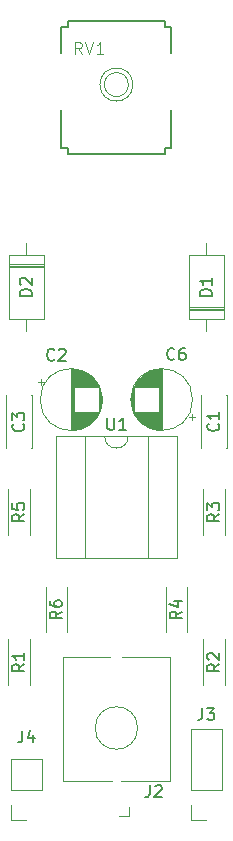
<source format=gbr>
%TF.GenerationSoftware,KiCad,Pcbnew,(5.1.8)-1*%
%TF.CreationDate,2021-01-05T22:27:56+01:00*%
%TF.ProjectId,HeadphoneOutV1,48656164-7068-46f6-9e65-4f757456312e,rev?*%
%TF.SameCoordinates,Original*%
%TF.FileFunction,Legend,Top*%
%TF.FilePolarity,Positive*%
%FSLAX46Y46*%
G04 Gerber Fmt 4.6, Leading zero omitted, Abs format (unit mm)*
G04 Created by KiCad (PCBNEW (5.1.8)-1) date 2021-01-05 22:27:56*
%MOMM*%
%LPD*%
G01*
G04 APERTURE LIST*
%ADD10C,0.120000*%
%ADD11C,0.203200*%
%ADD12C,0.050800*%
%ADD13C,0.150000*%
%ADD14C,0.085344*%
%ADD15O,1.700000X1.700000*%
%ADD16R,1.700000X1.700000*%
%ADD17O,1.600000X1.600000*%
%ADD18R,1.600000X1.600000*%
%ADD19C,2.997200*%
%ADD20C,1.853200*%
%ADD21O,1.400000X1.400000*%
%ADD22C,1.400000*%
%ADD23C,2.130000*%
%ADD24R,1.930000X1.830000*%
%ADD25O,2.200000X2.200000*%
%ADD26R,2.200000X2.200000*%
%ADD27C,1.600000*%
G04 APERTURE END LIST*
D10*
%TO.C,J4*%
X27305000Y-106105000D02*
X25975000Y-106105000D01*
X25975000Y-106105000D02*
X25975000Y-104775000D01*
X25975000Y-103505000D02*
X25975000Y-100905000D01*
X28635000Y-100905000D02*
X25975000Y-100905000D01*
X28635000Y-103505000D02*
X28635000Y-100905000D01*
X28635000Y-103505000D02*
X25975000Y-103505000D01*
%TO.C,J3*%
X42545000Y-106105000D02*
X41215000Y-106105000D01*
X41215000Y-106105000D02*
X41215000Y-104775000D01*
X41215000Y-103505000D02*
X41215000Y-98365000D01*
X43875000Y-98365000D02*
X41215000Y-98365000D01*
X43875000Y-103505000D02*
X43875000Y-98365000D01*
X43875000Y-103505000D02*
X41215000Y-103505000D01*
%TO.C,U1*%
X40065000Y-73540000D02*
X29785000Y-73540000D01*
X40065000Y-83940000D02*
X40065000Y-73540000D01*
X29785000Y-83940000D02*
X40065000Y-83940000D01*
X29785000Y-73540000D02*
X29785000Y-83940000D01*
X37575000Y-73600000D02*
X35925000Y-73600000D01*
X37575000Y-83880000D02*
X37575000Y-73600000D01*
X32275000Y-83880000D02*
X37575000Y-83880000D01*
X32275000Y-73600000D02*
X32275000Y-83880000D01*
X33925000Y-73600000D02*
X32275000Y-73600000D01*
X35925000Y-73600000D02*
G75*
G02*
X33925000Y-73600000I-1000000J0D01*
G01*
D11*
%TO.C,RV1*%
X30825000Y-38415000D02*
X39025000Y-38415000D01*
X39025000Y-49715000D02*
X30825000Y-49715000D01*
X30825000Y-38965000D02*
X30275000Y-38965000D01*
X30825000Y-38415000D02*
X30825000Y-38965000D01*
X30825000Y-49165000D02*
X30825000Y-49715000D01*
X30275000Y-49165000D02*
X30825000Y-49165000D01*
X39025000Y-49165000D02*
X39575000Y-49165000D01*
X39025000Y-49715000D02*
X39025000Y-49165000D01*
X39025000Y-38965000D02*
X39025000Y-38415000D01*
X39575000Y-38965000D02*
X39025000Y-38965000D01*
X30275000Y-41165000D02*
X30275000Y-38965000D01*
X30275000Y-49165000D02*
X30275000Y-45965000D01*
X39575000Y-38965000D02*
X39575000Y-41165000D01*
X39575000Y-45965000D02*
X39575000Y-49165000D01*
D12*
X36322000Y-43815000D02*
G75*
G03*
X36322000Y-43815000I-1397000J0D01*
G01*
X35941000Y-43815000D02*
G75*
G03*
X35941000Y-43815000I-1016000J0D01*
G01*
D10*
%TO.C,R6*%
X28925000Y-86345000D02*
X28925000Y-90185000D01*
X30765000Y-86345000D02*
X30765000Y-90185000D01*
%TO.C,R5*%
X27590000Y-81930000D02*
X27590000Y-78090000D01*
X25750000Y-81930000D02*
X25750000Y-78090000D01*
%TO.C,R4*%
X39085000Y-86345000D02*
X39085000Y-90185000D01*
X40925000Y-86345000D02*
X40925000Y-90185000D01*
%TO.C,R3*%
X44100000Y-81930000D02*
X44100000Y-78090000D01*
X42260000Y-81930000D02*
X42260000Y-78090000D01*
%TO.C,R2*%
X42260000Y-90790000D02*
X42260000Y-94630000D01*
X44100000Y-90790000D02*
X44100000Y-94630000D01*
%TO.C,R1*%
X25750000Y-90790000D02*
X25750000Y-94630000D01*
X27590000Y-90790000D02*
X27590000Y-94630000D01*
%TO.C,J2*%
X35985000Y-105775000D02*
X35125000Y-105775000D01*
X35985000Y-105775000D02*
X35985000Y-104975000D01*
X36725000Y-98295000D02*
G75*
G03*
X36725000Y-98295000I-1800000J0D01*
G01*
X35275000Y-102795000D02*
X39425000Y-102795000D01*
X30425000Y-102795000D02*
X34575000Y-102795000D01*
X35425000Y-92295000D02*
X39425000Y-92295000D01*
X30425000Y-92295000D02*
X34425000Y-92295000D01*
X30425000Y-102795000D02*
X30425000Y-92295000D01*
X39425000Y-102795000D02*
X39425000Y-92295000D01*
%TO.C,D2*%
X28775000Y-59020000D02*
X25835000Y-59020000D01*
X28775000Y-59260000D02*
X25835000Y-59260000D01*
X28775000Y-59140000D02*
X25835000Y-59140000D01*
X27305000Y-64700000D02*
X27305000Y-63680000D01*
X27305000Y-57220000D02*
X27305000Y-58240000D01*
X28775000Y-63680000D02*
X28775000Y-58240000D01*
X25835000Y-63680000D02*
X28775000Y-63680000D01*
X25835000Y-58240000D02*
X25835000Y-63680000D01*
X28775000Y-58240000D02*
X25835000Y-58240000D01*
%TO.C,D1*%
X41075000Y-62900000D02*
X44015000Y-62900000D01*
X41075000Y-62660000D02*
X44015000Y-62660000D01*
X41075000Y-62780000D02*
X44015000Y-62780000D01*
X42545000Y-57220000D02*
X42545000Y-58240000D01*
X42545000Y-64700000D02*
X42545000Y-63680000D01*
X41075000Y-58240000D02*
X41075000Y-63680000D01*
X44015000Y-58240000D02*
X41075000Y-58240000D01*
X44015000Y-63680000D02*
X44015000Y-58240000D01*
X41075000Y-63680000D02*
X44015000Y-63680000D01*
%TO.C,C6*%
X41309775Y-72210000D02*
X41309775Y-71710000D01*
X41559775Y-71960000D02*
X41059775Y-71960000D01*
X36154000Y-70769000D02*
X36154000Y-70201000D01*
X36194000Y-71003000D02*
X36194000Y-69967000D01*
X36234000Y-71162000D02*
X36234000Y-69808000D01*
X36274000Y-71290000D02*
X36274000Y-69680000D01*
X36314000Y-71400000D02*
X36314000Y-69570000D01*
X36354000Y-71496000D02*
X36354000Y-69474000D01*
X36394000Y-71583000D02*
X36394000Y-69387000D01*
X36434000Y-71663000D02*
X36434000Y-69307000D01*
X36474000Y-69445000D02*
X36474000Y-69234000D01*
X36474000Y-71736000D02*
X36474000Y-71525000D01*
X36514000Y-69445000D02*
X36514000Y-69166000D01*
X36514000Y-71804000D02*
X36514000Y-71525000D01*
X36554000Y-69445000D02*
X36554000Y-69102000D01*
X36554000Y-71868000D02*
X36554000Y-71525000D01*
X36594000Y-69445000D02*
X36594000Y-69042000D01*
X36594000Y-71928000D02*
X36594000Y-71525000D01*
X36634000Y-69445000D02*
X36634000Y-68985000D01*
X36634000Y-71985000D02*
X36634000Y-71525000D01*
X36674000Y-69445000D02*
X36674000Y-68931000D01*
X36674000Y-72039000D02*
X36674000Y-71525000D01*
X36714000Y-69445000D02*
X36714000Y-68880000D01*
X36714000Y-72090000D02*
X36714000Y-71525000D01*
X36754000Y-69445000D02*
X36754000Y-68832000D01*
X36754000Y-72138000D02*
X36754000Y-71525000D01*
X36794000Y-69445000D02*
X36794000Y-68786000D01*
X36794000Y-72184000D02*
X36794000Y-71525000D01*
X36834000Y-69445000D02*
X36834000Y-68742000D01*
X36834000Y-72228000D02*
X36834000Y-71525000D01*
X36874000Y-69445000D02*
X36874000Y-68700000D01*
X36874000Y-72270000D02*
X36874000Y-71525000D01*
X36914000Y-69445000D02*
X36914000Y-68659000D01*
X36914000Y-72311000D02*
X36914000Y-71525000D01*
X36954000Y-69445000D02*
X36954000Y-68621000D01*
X36954000Y-72349000D02*
X36954000Y-71525000D01*
X36994000Y-69445000D02*
X36994000Y-68584000D01*
X36994000Y-72386000D02*
X36994000Y-71525000D01*
X37034000Y-69445000D02*
X37034000Y-68548000D01*
X37034000Y-72422000D02*
X37034000Y-71525000D01*
X37074000Y-69445000D02*
X37074000Y-68514000D01*
X37074000Y-72456000D02*
X37074000Y-71525000D01*
X37114000Y-69445000D02*
X37114000Y-68481000D01*
X37114000Y-72489000D02*
X37114000Y-71525000D01*
X37154000Y-69445000D02*
X37154000Y-68450000D01*
X37154000Y-72520000D02*
X37154000Y-71525000D01*
X37194000Y-69445000D02*
X37194000Y-68420000D01*
X37194000Y-72550000D02*
X37194000Y-71525000D01*
X37234000Y-69445000D02*
X37234000Y-68390000D01*
X37234000Y-72580000D02*
X37234000Y-71525000D01*
X37274000Y-69445000D02*
X37274000Y-68363000D01*
X37274000Y-72607000D02*
X37274000Y-71525000D01*
X37314000Y-69445000D02*
X37314000Y-68336000D01*
X37314000Y-72634000D02*
X37314000Y-71525000D01*
X37354000Y-69445000D02*
X37354000Y-68310000D01*
X37354000Y-72660000D02*
X37354000Y-71525000D01*
X37394000Y-69445000D02*
X37394000Y-68285000D01*
X37394000Y-72685000D02*
X37394000Y-71525000D01*
X37434000Y-69445000D02*
X37434000Y-68261000D01*
X37434000Y-72709000D02*
X37434000Y-71525000D01*
X37474000Y-69445000D02*
X37474000Y-68238000D01*
X37474000Y-72732000D02*
X37474000Y-71525000D01*
X37514000Y-69445000D02*
X37514000Y-68217000D01*
X37514000Y-72753000D02*
X37514000Y-71525000D01*
X37554000Y-69445000D02*
X37554000Y-68195000D01*
X37554000Y-72775000D02*
X37554000Y-71525000D01*
X37594000Y-69445000D02*
X37594000Y-68175000D01*
X37594000Y-72795000D02*
X37594000Y-71525000D01*
X37634000Y-69445000D02*
X37634000Y-68156000D01*
X37634000Y-72814000D02*
X37634000Y-71525000D01*
X37674000Y-69445000D02*
X37674000Y-68137000D01*
X37674000Y-72833000D02*
X37674000Y-71525000D01*
X37714000Y-69445000D02*
X37714000Y-68120000D01*
X37714000Y-72850000D02*
X37714000Y-71525000D01*
X37754000Y-69445000D02*
X37754000Y-68103000D01*
X37754000Y-72867000D02*
X37754000Y-71525000D01*
X37794000Y-69445000D02*
X37794000Y-68087000D01*
X37794000Y-72883000D02*
X37794000Y-71525000D01*
X37834000Y-69445000D02*
X37834000Y-68071000D01*
X37834000Y-72899000D02*
X37834000Y-71525000D01*
X37874000Y-69445000D02*
X37874000Y-68057000D01*
X37874000Y-72913000D02*
X37874000Y-71525000D01*
X37914000Y-69445000D02*
X37914000Y-68043000D01*
X37914000Y-72927000D02*
X37914000Y-71525000D01*
X37954000Y-69445000D02*
X37954000Y-68030000D01*
X37954000Y-72940000D02*
X37954000Y-71525000D01*
X37994000Y-69445000D02*
X37994000Y-68017000D01*
X37994000Y-72953000D02*
X37994000Y-71525000D01*
X38034000Y-69445000D02*
X38034000Y-68005000D01*
X38034000Y-72965000D02*
X38034000Y-71525000D01*
X38075000Y-69445000D02*
X38075000Y-67994000D01*
X38075000Y-72976000D02*
X38075000Y-71525000D01*
X38115000Y-69445000D02*
X38115000Y-67984000D01*
X38115000Y-72986000D02*
X38115000Y-71525000D01*
X38155000Y-69445000D02*
X38155000Y-67974000D01*
X38155000Y-72996000D02*
X38155000Y-71525000D01*
X38195000Y-69445000D02*
X38195000Y-67965000D01*
X38195000Y-73005000D02*
X38195000Y-71525000D01*
X38235000Y-69445000D02*
X38235000Y-67957000D01*
X38235000Y-73013000D02*
X38235000Y-71525000D01*
X38275000Y-69445000D02*
X38275000Y-67949000D01*
X38275000Y-73021000D02*
X38275000Y-71525000D01*
X38315000Y-69445000D02*
X38315000Y-67942000D01*
X38315000Y-73028000D02*
X38315000Y-71525000D01*
X38355000Y-69445000D02*
X38355000Y-67935000D01*
X38355000Y-73035000D02*
X38355000Y-71525000D01*
X38395000Y-69445000D02*
X38395000Y-67929000D01*
X38395000Y-73041000D02*
X38395000Y-71525000D01*
X38435000Y-69445000D02*
X38435000Y-67924000D01*
X38435000Y-73046000D02*
X38435000Y-71525000D01*
X38475000Y-69445000D02*
X38475000Y-67920000D01*
X38475000Y-73050000D02*
X38475000Y-71525000D01*
X38515000Y-69445000D02*
X38515000Y-67916000D01*
X38515000Y-73054000D02*
X38515000Y-71525000D01*
X38555000Y-73058000D02*
X38555000Y-67912000D01*
X38595000Y-73061000D02*
X38595000Y-67909000D01*
X38635000Y-73063000D02*
X38635000Y-67907000D01*
X38675000Y-73064000D02*
X38675000Y-67906000D01*
X38715000Y-73065000D02*
X38715000Y-67905000D01*
X38755000Y-73065000D02*
X38755000Y-67905000D01*
X41375000Y-70485000D02*
G75*
G03*
X41375000Y-70485000I-2620000J0D01*
G01*
%TO.C,C3*%
X25615000Y-74620000D02*
X25600000Y-74620000D01*
X27740000Y-74620000D02*
X27725000Y-74620000D01*
X25615000Y-70080000D02*
X25600000Y-70080000D01*
X27740000Y-70080000D02*
X27725000Y-70080000D01*
X25600000Y-70080000D02*
X25600000Y-74620000D01*
X27740000Y-70080000D02*
X27740000Y-74620000D01*
%TO.C,C2*%
X28540225Y-68760000D02*
X28540225Y-69260000D01*
X28290225Y-69010000D02*
X28790225Y-69010000D01*
X33696000Y-70201000D02*
X33696000Y-70769000D01*
X33656000Y-69967000D02*
X33656000Y-71003000D01*
X33616000Y-69808000D02*
X33616000Y-71162000D01*
X33576000Y-69680000D02*
X33576000Y-71290000D01*
X33536000Y-69570000D02*
X33536000Y-71400000D01*
X33496000Y-69474000D02*
X33496000Y-71496000D01*
X33456000Y-69387000D02*
X33456000Y-71583000D01*
X33416000Y-69307000D02*
X33416000Y-71663000D01*
X33376000Y-71525000D02*
X33376000Y-71736000D01*
X33376000Y-69234000D02*
X33376000Y-69445000D01*
X33336000Y-71525000D02*
X33336000Y-71804000D01*
X33336000Y-69166000D02*
X33336000Y-69445000D01*
X33296000Y-71525000D02*
X33296000Y-71868000D01*
X33296000Y-69102000D02*
X33296000Y-69445000D01*
X33256000Y-71525000D02*
X33256000Y-71928000D01*
X33256000Y-69042000D02*
X33256000Y-69445000D01*
X33216000Y-71525000D02*
X33216000Y-71985000D01*
X33216000Y-68985000D02*
X33216000Y-69445000D01*
X33176000Y-71525000D02*
X33176000Y-72039000D01*
X33176000Y-68931000D02*
X33176000Y-69445000D01*
X33136000Y-71525000D02*
X33136000Y-72090000D01*
X33136000Y-68880000D02*
X33136000Y-69445000D01*
X33096000Y-71525000D02*
X33096000Y-72138000D01*
X33096000Y-68832000D02*
X33096000Y-69445000D01*
X33056000Y-71525000D02*
X33056000Y-72184000D01*
X33056000Y-68786000D02*
X33056000Y-69445000D01*
X33016000Y-71525000D02*
X33016000Y-72228000D01*
X33016000Y-68742000D02*
X33016000Y-69445000D01*
X32976000Y-71525000D02*
X32976000Y-72270000D01*
X32976000Y-68700000D02*
X32976000Y-69445000D01*
X32936000Y-71525000D02*
X32936000Y-72311000D01*
X32936000Y-68659000D02*
X32936000Y-69445000D01*
X32896000Y-71525000D02*
X32896000Y-72349000D01*
X32896000Y-68621000D02*
X32896000Y-69445000D01*
X32856000Y-71525000D02*
X32856000Y-72386000D01*
X32856000Y-68584000D02*
X32856000Y-69445000D01*
X32816000Y-71525000D02*
X32816000Y-72422000D01*
X32816000Y-68548000D02*
X32816000Y-69445000D01*
X32776000Y-71525000D02*
X32776000Y-72456000D01*
X32776000Y-68514000D02*
X32776000Y-69445000D01*
X32736000Y-71525000D02*
X32736000Y-72489000D01*
X32736000Y-68481000D02*
X32736000Y-69445000D01*
X32696000Y-71525000D02*
X32696000Y-72520000D01*
X32696000Y-68450000D02*
X32696000Y-69445000D01*
X32656000Y-71525000D02*
X32656000Y-72550000D01*
X32656000Y-68420000D02*
X32656000Y-69445000D01*
X32616000Y-71525000D02*
X32616000Y-72580000D01*
X32616000Y-68390000D02*
X32616000Y-69445000D01*
X32576000Y-71525000D02*
X32576000Y-72607000D01*
X32576000Y-68363000D02*
X32576000Y-69445000D01*
X32536000Y-71525000D02*
X32536000Y-72634000D01*
X32536000Y-68336000D02*
X32536000Y-69445000D01*
X32496000Y-71525000D02*
X32496000Y-72660000D01*
X32496000Y-68310000D02*
X32496000Y-69445000D01*
X32456000Y-71525000D02*
X32456000Y-72685000D01*
X32456000Y-68285000D02*
X32456000Y-69445000D01*
X32416000Y-71525000D02*
X32416000Y-72709000D01*
X32416000Y-68261000D02*
X32416000Y-69445000D01*
X32376000Y-71525000D02*
X32376000Y-72732000D01*
X32376000Y-68238000D02*
X32376000Y-69445000D01*
X32336000Y-71525000D02*
X32336000Y-72753000D01*
X32336000Y-68217000D02*
X32336000Y-69445000D01*
X32296000Y-71525000D02*
X32296000Y-72775000D01*
X32296000Y-68195000D02*
X32296000Y-69445000D01*
X32256000Y-71525000D02*
X32256000Y-72795000D01*
X32256000Y-68175000D02*
X32256000Y-69445000D01*
X32216000Y-71525000D02*
X32216000Y-72814000D01*
X32216000Y-68156000D02*
X32216000Y-69445000D01*
X32176000Y-71525000D02*
X32176000Y-72833000D01*
X32176000Y-68137000D02*
X32176000Y-69445000D01*
X32136000Y-71525000D02*
X32136000Y-72850000D01*
X32136000Y-68120000D02*
X32136000Y-69445000D01*
X32096000Y-71525000D02*
X32096000Y-72867000D01*
X32096000Y-68103000D02*
X32096000Y-69445000D01*
X32056000Y-71525000D02*
X32056000Y-72883000D01*
X32056000Y-68087000D02*
X32056000Y-69445000D01*
X32016000Y-71525000D02*
X32016000Y-72899000D01*
X32016000Y-68071000D02*
X32016000Y-69445000D01*
X31976000Y-71525000D02*
X31976000Y-72913000D01*
X31976000Y-68057000D02*
X31976000Y-69445000D01*
X31936000Y-71525000D02*
X31936000Y-72927000D01*
X31936000Y-68043000D02*
X31936000Y-69445000D01*
X31896000Y-71525000D02*
X31896000Y-72940000D01*
X31896000Y-68030000D02*
X31896000Y-69445000D01*
X31856000Y-71525000D02*
X31856000Y-72953000D01*
X31856000Y-68017000D02*
X31856000Y-69445000D01*
X31816000Y-71525000D02*
X31816000Y-72965000D01*
X31816000Y-68005000D02*
X31816000Y-69445000D01*
X31775000Y-71525000D02*
X31775000Y-72976000D01*
X31775000Y-67994000D02*
X31775000Y-69445000D01*
X31735000Y-71525000D02*
X31735000Y-72986000D01*
X31735000Y-67984000D02*
X31735000Y-69445000D01*
X31695000Y-71525000D02*
X31695000Y-72996000D01*
X31695000Y-67974000D02*
X31695000Y-69445000D01*
X31655000Y-71525000D02*
X31655000Y-73005000D01*
X31655000Y-67965000D02*
X31655000Y-69445000D01*
X31615000Y-71525000D02*
X31615000Y-73013000D01*
X31615000Y-67957000D02*
X31615000Y-69445000D01*
X31575000Y-71525000D02*
X31575000Y-73021000D01*
X31575000Y-67949000D02*
X31575000Y-69445000D01*
X31535000Y-71525000D02*
X31535000Y-73028000D01*
X31535000Y-67942000D02*
X31535000Y-69445000D01*
X31495000Y-71525000D02*
X31495000Y-73035000D01*
X31495000Y-67935000D02*
X31495000Y-69445000D01*
X31455000Y-71525000D02*
X31455000Y-73041000D01*
X31455000Y-67929000D02*
X31455000Y-69445000D01*
X31415000Y-71525000D02*
X31415000Y-73046000D01*
X31415000Y-67924000D02*
X31415000Y-69445000D01*
X31375000Y-71525000D02*
X31375000Y-73050000D01*
X31375000Y-67920000D02*
X31375000Y-69445000D01*
X31335000Y-71525000D02*
X31335000Y-73054000D01*
X31335000Y-67916000D02*
X31335000Y-69445000D01*
X31295000Y-67912000D02*
X31295000Y-73058000D01*
X31255000Y-67909000D02*
X31255000Y-73061000D01*
X31215000Y-67907000D02*
X31215000Y-73063000D01*
X31175000Y-67906000D02*
X31175000Y-73064000D01*
X31135000Y-67905000D02*
X31135000Y-73065000D01*
X31095000Y-67905000D02*
X31095000Y-73065000D01*
X33715000Y-70485000D02*
G75*
G03*
X33715000Y-70485000I-2620000J0D01*
G01*
%TO.C,C1*%
X42125000Y-74620000D02*
X42110000Y-74620000D01*
X44250000Y-74620000D02*
X44235000Y-74620000D01*
X42125000Y-70080000D02*
X42110000Y-70080000D01*
X44250000Y-70080000D02*
X44235000Y-70080000D01*
X42110000Y-70080000D02*
X42110000Y-74620000D01*
X44250000Y-70080000D02*
X44250000Y-74620000D01*
%TO.C,J4*%
D13*
X26971666Y-98512380D02*
X26971666Y-99226666D01*
X26924047Y-99369523D01*
X26828809Y-99464761D01*
X26685952Y-99512380D01*
X26590714Y-99512380D01*
X27876428Y-98845714D02*
X27876428Y-99512380D01*
X27638333Y-98464761D02*
X27400238Y-99179047D01*
X28019285Y-99179047D01*
%TO.C,J3*%
X42211666Y-96607380D02*
X42211666Y-97321666D01*
X42164047Y-97464523D01*
X42068809Y-97559761D01*
X41925952Y-97607380D01*
X41830714Y-97607380D01*
X42592619Y-96607380D02*
X43211666Y-96607380D01*
X42878333Y-96988333D01*
X43021190Y-96988333D01*
X43116428Y-97035952D01*
X43164047Y-97083571D01*
X43211666Y-97178809D01*
X43211666Y-97416904D01*
X43164047Y-97512142D01*
X43116428Y-97559761D01*
X43021190Y-97607380D01*
X42735476Y-97607380D01*
X42640238Y-97559761D01*
X42592619Y-97512142D01*
%TO.C,U1*%
X34163095Y-72052380D02*
X34163095Y-72861904D01*
X34210714Y-72957142D01*
X34258333Y-73004761D01*
X34353571Y-73052380D01*
X34544047Y-73052380D01*
X34639285Y-73004761D01*
X34686904Y-72957142D01*
X34734523Y-72861904D01*
X34734523Y-72052380D01*
X35734523Y-73052380D02*
X35163095Y-73052380D01*
X35448809Y-73052380D02*
X35448809Y-72052380D01*
X35353571Y-72195238D01*
X35258333Y-72290476D01*
X35163095Y-72338095D01*
%TO.C,RV1*%
D14*
X31990893Y-41226740D02*
X31653073Y-40744140D01*
X31411773Y-41226740D02*
X31411773Y-40213280D01*
X31797853Y-40213280D01*
X31894373Y-40261540D01*
X31942633Y-40309800D01*
X31990893Y-40406320D01*
X31990893Y-40551100D01*
X31942633Y-40647620D01*
X31894373Y-40695880D01*
X31797853Y-40744140D01*
X31411773Y-40744140D01*
X32280453Y-40213280D02*
X32618273Y-41226740D01*
X32956093Y-40213280D01*
X33824773Y-41226740D02*
X33245653Y-41226740D01*
X33535213Y-41226740D02*
X33535213Y-40213280D01*
X33438693Y-40358060D01*
X33342173Y-40454580D01*
X33245653Y-40502840D01*
%TO.C,R6*%
D13*
X30297380Y-88431666D02*
X29821190Y-88765000D01*
X30297380Y-89003095D02*
X29297380Y-89003095D01*
X29297380Y-88622142D01*
X29345000Y-88526904D01*
X29392619Y-88479285D01*
X29487857Y-88431666D01*
X29630714Y-88431666D01*
X29725952Y-88479285D01*
X29773571Y-88526904D01*
X29821190Y-88622142D01*
X29821190Y-89003095D01*
X29297380Y-87574523D02*
X29297380Y-87765000D01*
X29345000Y-87860238D01*
X29392619Y-87907857D01*
X29535476Y-88003095D01*
X29725952Y-88050714D01*
X30106904Y-88050714D01*
X30202142Y-88003095D01*
X30249761Y-87955476D01*
X30297380Y-87860238D01*
X30297380Y-87669761D01*
X30249761Y-87574523D01*
X30202142Y-87526904D01*
X30106904Y-87479285D01*
X29868809Y-87479285D01*
X29773571Y-87526904D01*
X29725952Y-87574523D01*
X29678333Y-87669761D01*
X29678333Y-87860238D01*
X29725952Y-87955476D01*
X29773571Y-88003095D01*
X29868809Y-88050714D01*
%TO.C,R5*%
X27122380Y-80176666D02*
X26646190Y-80510000D01*
X27122380Y-80748095D02*
X26122380Y-80748095D01*
X26122380Y-80367142D01*
X26170000Y-80271904D01*
X26217619Y-80224285D01*
X26312857Y-80176666D01*
X26455714Y-80176666D01*
X26550952Y-80224285D01*
X26598571Y-80271904D01*
X26646190Y-80367142D01*
X26646190Y-80748095D01*
X26122380Y-79271904D02*
X26122380Y-79748095D01*
X26598571Y-79795714D01*
X26550952Y-79748095D01*
X26503333Y-79652857D01*
X26503333Y-79414761D01*
X26550952Y-79319523D01*
X26598571Y-79271904D01*
X26693809Y-79224285D01*
X26931904Y-79224285D01*
X27027142Y-79271904D01*
X27074761Y-79319523D01*
X27122380Y-79414761D01*
X27122380Y-79652857D01*
X27074761Y-79748095D01*
X27027142Y-79795714D01*
%TO.C,R4*%
X40457380Y-88431666D02*
X39981190Y-88765000D01*
X40457380Y-89003095D02*
X39457380Y-89003095D01*
X39457380Y-88622142D01*
X39505000Y-88526904D01*
X39552619Y-88479285D01*
X39647857Y-88431666D01*
X39790714Y-88431666D01*
X39885952Y-88479285D01*
X39933571Y-88526904D01*
X39981190Y-88622142D01*
X39981190Y-89003095D01*
X39790714Y-87574523D02*
X40457380Y-87574523D01*
X39409761Y-87812619D02*
X40124047Y-88050714D01*
X40124047Y-87431666D01*
%TO.C,R3*%
X43632380Y-80176666D02*
X43156190Y-80510000D01*
X43632380Y-80748095D02*
X42632380Y-80748095D01*
X42632380Y-80367142D01*
X42680000Y-80271904D01*
X42727619Y-80224285D01*
X42822857Y-80176666D01*
X42965714Y-80176666D01*
X43060952Y-80224285D01*
X43108571Y-80271904D01*
X43156190Y-80367142D01*
X43156190Y-80748095D01*
X42632380Y-79843333D02*
X42632380Y-79224285D01*
X43013333Y-79557619D01*
X43013333Y-79414761D01*
X43060952Y-79319523D01*
X43108571Y-79271904D01*
X43203809Y-79224285D01*
X43441904Y-79224285D01*
X43537142Y-79271904D01*
X43584761Y-79319523D01*
X43632380Y-79414761D01*
X43632380Y-79700476D01*
X43584761Y-79795714D01*
X43537142Y-79843333D01*
%TO.C,R2*%
X43632380Y-92876666D02*
X43156190Y-93210000D01*
X43632380Y-93448095D02*
X42632380Y-93448095D01*
X42632380Y-93067142D01*
X42680000Y-92971904D01*
X42727619Y-92924285D01*
X42822857Y-92876666D01*
X42965714Y-92876666D01*
X43060952Y-92924285D01*
X43108571Y-92971904D01*
X43156190Y-93067142D01*
X43156190Y-93448095D01*
X42727619Y-92495714D02*
X42680000Y-92448095D01*
X42632380Y-92352857D01*
X42632380Y-92114761D01*
X42680000Y-92019523D01*
X42727619Y-91971904D01*
X42822857Y-91924285D01*
X42918095Y-91924285D01*
X43060952Y-91971904D01*
X43632380Y-92543333D01*
X43632380Y-91924285D01*
%TO.C,R1*%
X27122380Y-92876666D02*
X26646190Y-93210000D01*
X27122380Y-93448095D02*
X26122380Y-93448095D01*
X26122380Y-93067142D01*
X26170000Y-92971904D01*
X26217619Y-92924285D01*
X26312857Y-92876666D01*
X26455714Y-92876666D01*
X26550952Y-92924285D01*
X26598571Y-92971904D01*
X26646190Y-93067142D01*
X26646190Y-93448095D01*
X27122380Y-91924285D02*
X27122380Y-92495714D01*
X27122380Y-92210000D02*
X26122380Y-92210000D01*
X26265238Y-92305238D01*
X26360476Y-92400476D01*
X26408095Y-92495714D01*
%TO.C,J2*%
X37766666Y-103147380D02*
X37766666Y-103861666D01*
X37719047Y-104004523D01*
X37623809Y-104099761D01*
X37480952Y-104147380D01*
X37385714Y-104147380D01*
X38195238Y-103242619D02*
X38242857Y-103195000D01*
X38338095Y-103147380D01*
X38576190Y-103147380D01*
X38671428Y-103195000D01*
X38719047Y-103242619D01*
X38766666Y-103337857D01*
X38766666Y-103433095D01*
X38719047Y-103575952D01*
X38147619Y-104147380D01*
X38766666Y-104147380D01*
%TO.C,D2*%
X27757380Y-61698095D02*
X26757380Y-61698095D01*
X26757380Y-61460000D01*
X26805000Y-61317142D01*
X26900238Y-61221904D01*
X26995476Y-61174285D01*
X27185952Y-61126666D01*
X27328809Y-61126666D01*
X27519285Y-61174285D01*
X27614523Y-61221904D01*
X27709761Y-61317142D01*
X27757380Y-61460000D01*
X27757380Y-61698095D01*
X26852619Y-60745714D02*
X26805000Y-60698095D01*
X26757380Y-60602857D01*
X26757380Y-60364761D01*
X26805000Y-60269523D01*
X26852619Y-60221904D01*
X26947857Y-60174285D01*
X27043095Y-60174285D01*
X27185952Y-60221904D01*
X27757380Y-60793333D01*
X27757380Y-60174285D01*
%TO.C,D1*%
X42997380Y-61698095D02*
X41997380Y-61698095D01*
X41997380Y-61460000D01*
X42045000Y-61317142D01*
X42140238Y-61221904D01*
X42235476Y-61174285D01*
X42425952Y-61126666D01*
X42568809Y-61126666D01*
X42759285Y-61174285D01*
X42854523Y-61221904D01*
X42949761Y-61317142D01*
X42997380Y-61460000D01*
X42997380Y-61698095D01*
X42997380Y-60174285D02*
X42997380Y-60745714D01*
X42997380Y-60460000D02*
X41997380Y-60460000D01*
X42140238Y-60555238D01*
X42235476Y-60650476D01*
X42283095Y-60745714D01*
%TO.C,C6*%
X39838333Y-67032142D02*
X39790714Y-67079761D01*
X39647857Y-67127380D01*
X39552619Y-67127380D01*
X39409761Y-67079761D01*
X39314523Y-66984523D01*
X39266904Y-66889285D01*
X39219285Y-66698809D01*
X39219285Y-66555952D01*
X39266904Y-66365476D01*
X39314523Y-66270238D01*
X39409761Y-66175000D01*
X39552619Y-66127380D01*
X39647857Y-66127380D01*
X39790714Y-66175000D01*
X39838333Y-66222619D01*
X40695476Y-66127380D02*
X40505000Y-66127380D01*
X40409761Y-66175000D01*
X40362142Y-66222619D01*
X40266904Y-66365476D01*
X40219285Y-66555952D01*
X40219285Y-66936904D01*
X40266904Y-67032142D01*
X40314523Y-67079761D01*
X40409761Y-67127380D01*
X40600238Y-67127380D01*
X40695476Y-67079761D01*
X40743095Y-67032142D01*
X40790714Y-66936904D01*
X40790714Y-66698809D01*
X40743095Y-66603571D01*
X40695476Y-66555952D01*
X40600238Y-66508333D01*
X40409761Y-66508333D01*
X40314523Y-66555952D01*
X40266904Y-66603571D01*
X40219285Y-66698809D01*
%TO.C,C3*%
X27027142Y-72556666D02*
X27074761Y-72604285D01*
X27122380Y-72747142D01*
X27122380Y-72842380D01*
X27074761Y-72985238D01*
X26979523Y-73080476D01*
X26884285Y-73128095D01*
X26693809Y-73175714D01*
X26550952Y-73175714D01*
X26360476Y-73128095D01*
X26265238Y-73080476D01*
X26170000Y-72985238D01*
X26122380Y-72842380D01*
X26122380Y-72747142D01*
X26170000Y-72604285D01*
X26217619Y-72556666D01*
X26122380Y-72223333D02*
X26122380Y-71604285D01*
X26503333Y-71937619D01*
X26503333Y-71794761D01*
X26550952Y-71699523D01*
X26598571Y-71651904D01*
X26693809Y-71604285D01*
X26931904Y-71604285D01*
X27027142Y-71651904D01*
X27074761Y-71699523D01*
X27122380Y-71794761D01*
X27122380Y-72080476D01*
X27074761Y-72175714D01*
X27027142Y-72223333D01*
%TO.C,C2*%
X29678333Y-67092142D02*
X29630714Y-67139761D01*
X29487857Y-67187380D01*
X29392619Y-67187380D01*
X29249761Y-67139761D01*
X29154523Y-67044523D01*
X29106904Y-66949285D01*
X29059285Y-66758809D01*
X29059285Y-66615952D01*
X29106904Y-66425476D01*
X29154523Y-66330238D01*
X29249761Y-66235000D01*
X29392619Y-66187380D01*
X29487857Y-66187380D01*
X29630714Y-66235000D01*
X29678333Y-66282619D01*
X30059285Y-66282619D02*
X30106904Y-66235000D01*
X30202142Y-66187380D01*
X30440238Y-66187380D01*
X30535476Y-66235000D01*
X30583095Y-66282619D01*
X30630714Y-66377857D01*
X30630714Y-66473095D01*
X30583095Y-66615952D01*
X30011666Y-67187380D01*
X30630714Y-67187380D01*
%TO.C,C1*%
X43537142Y-72516666D02*
X43584761Y-72564285D01*
X43632380Y-72707142D01*
X43632380Y-72802380D01*
X43584761Y-72945238D01*
X43489523Y-73040476D01*
X43394285Y-73088095D01*
X43203809Y-73135714D01*
X43060952Y-73135714D01*
X42870476Y-73088095D01*
X42775238Y-73040476D01*
X42680000Y-72945238D01*
X42632380Y-72802380D01*
X42632380Y-72707142D01*
X42680000Y-72564285D01*
X42727619Y-72516666D01*
X43632380Y-71564285D02*
X43632380Y-72135714D01*
X43632380Y-71850000D02*
X42632380Y-71850000D01*
X42775238Y-71945238D01*
X42870476Y-72040476D01*
X42918095Y-72135714D01*
%TD*%
%LPC*%
D15*
%TO.C,J1*%
X36068000Y-66548000D03*
X33528000Y-66548000D03*
X36068000Y-64008000D03*
X33528000Y-64008000D03*
X36068000Y-61468000D03*
X33528000Y-61468000D03*
X36068000Y-58928000D03*
X33528000Y-58928000D03*
X36068000Y-56388000D03*
D16*
X33528000Y-56388000D03*
%TD*%
D15*
%TO.C,J4*%
X27305000Y-102235000D03*
D16*
X27305000Y-104775000D03*
%TD*%
D15*
%TO.C,J3*%
X42545000Y-99695000D03*
X42545000Y-102235000D03*
D16*
X42545000Y-104775000D03*
%TD*%
D17*
%TO.C,U1*%
X38735000Y-74930000D03*
X31115000Y-82550000D03*
X38735000Y-77470000D03*
X31115000Y-80010000D03*
X38735000Y-80010000D03*
X31115000Y-77470000D03*
X38735000Y-82550000D03*
D18*
X31115000Y-74930000D03*
%TD*%
D19*
%TO.C,RV1*%
X30425000Y-43815000D03*
X39425000Y-43815000D03*
D20*
X37425000Y-50815000D03*
X34925000Y-50815000D03*
G36*
G01*
X31600000Y-49888400D02*
X33250000Y-49888400D01*
G75*
G02*
X33351600Y-49990000I0J-101600D01*
G01*
X33351600Y-51640000D01*
G75*
G02*
X33250000Y-51741600I-101600J0D01*
G01*
X31600000Y-51741600D01*
G75*
G02*
X31498400Y-51640000I0J101600D01*
G01*
X31498400Y-49990000D01*
G75*
G02*
X31600000Y-49888400I101600J0D01*
G01*
G37*
%TD*%
D21*
%TO.C,R6*%
X29845000Y-90805000D03*
D22*
X29845000Y-85725000D03*
%TD*%
D21*
%TO.C,R5*%
X26670000Y-77470000D03*
D22*
X26670000Y-82550000D03*
%TD*%
D21*
%TO.C,R4*%
X40005000Y-90805000D03*
D22*
X40005000Y-85725000D03*
%TD*%
D21*
%TO.C,R3*%
X43180000Y-77470000D03*
D22*
X43180000Y-82550000D03*
%TD*%
D21*
%TO.C,R2*%
X43180000Y-95250000D03*
D22*
X43180000Y-90170000D03*
%TD*%
D21*
%TO.C,R1*%
X26670000Y-95250000D03*
D22*
X26670000Y-90170000D03*
%TD*%
D23*
%TO.C,J2*%
X34925000Y-93375000D03*
D24*
X34925000Y-104775000D03*
D23*
X34925000Y-101675000D03*
%TD*%
D25*
%TO.C,D2*%
X27305000Y-66040000D03*
D26*
X27305000Y-55880000D03*
%TD*%
D25*
%TO.C,D1*%
X42545000Y-55880000D03*
D26*
X42545000Y-66040000D03*
%TD*%
D27*
%TO.C,C6*%
X37505000Y-70485000D03*
D18*
X40005000Y-70485000D03*
%TD*%
D27*
%TO.C,C3*%
X26670000Y-74850000D03*
X26670000Y-69850000D03*
%TD*%
%TO.C,C2*%
X32345000Y-70485000D03*
D18*
X29845000Y-70485000D03*
%TD*%
D27*
%TO.C,C1*%
X43180000Y-74850000D03*
X43180000Y-69850000D03*
%TD*%
M02*

</source>
